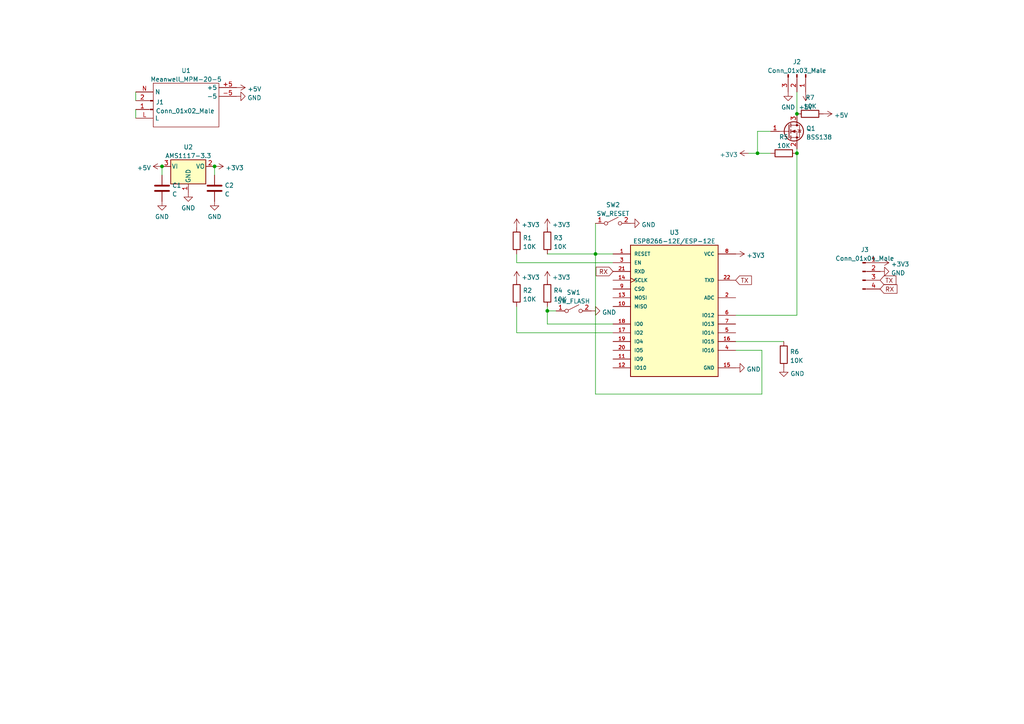
<source format=kicad_sch>
(kicad_sch (version 20211123) (generator eeschema)
  (paper "A4")
  (lib_symbols
    (symbol "Connector:Conn_01x02_Male" (pin_names (offset 1.016) hide)
      (property "Reference" "J" (at 0 2.54 0))
      (property "Value" "Conn_01x02_Male" (at 0 -5.08 0))
      (symbol "Conn_01x02_Male_1_1"
        (polyline (pts (xy 1.27 -2.54) (xy 0.8636 -2.54)) (stroke (width 0.1524)))
        (polyline (pts (xy 1.27 0) (xy 0.8636 0)) (stroke (width 0.1524)))
        (rectangle (start 0.8636 -2.413) (end 0 -2.667) (stroke (width 0.1524)) (fill (type outline)))
        (rectangle (start 0.8636 0.127) (end 0 -0.127) (stroke (width 0.1524)) (fill (type outline)))
        (pin passive line (at 5.08 0 180) (length 3.81) (name "Pin_1") (number "1"))
        (pin passive line (at 5.08 -2.54 180) (length 3.81) (name "Pin_2") (number "2"))
      )
    )
    (symbol "Connector:Conn_01x03_Male" (pin_names (offset 1.016) hide)
      (property "Reference" "J" (at 0 5.08 0))
      (property "Value" "Conn_01x03_Male" (at 0 -5.08 0))
      (symbol "Conn_01x03_Male_1_1"
        (polyline (pts (xy 1.27 -2.54) (xy 0.8636 -2.54)) (stroke (width 0.1524)))
        (polyline (pts (xy 1.27 0) (xy 0.8636 0)) (stroke (width 0.1524)))
        (polyline (pts (xy 1.27 2.54) (xy 0.8636 2.54)) (stroke (width 0.1524)))
        (rectangle (start 0.8636 -2.413) (end 0 -2.667) (stroke (width 0.1524)) (fill (type outline)))
        (rectangle (start 0.8636 0.127) (end 0 -0.127) (stroke (width 0.1524)) (fill (type outline)))
        (rectangle (start 0.8636 2.667) (end 0 2.413) (stroke (width 0.1524)) (fill (type outline)))
        (pin passive line (at 5.08 2.54 180) (length 3.81) (name "Pin_1") (number "1"))
        (pin passive line (at 5.08 0 180) (length 3.81) (name "Pin_2") (number "2"))
        (pin passive line (at 5.08 -2.54 180) (length 3.81) (name "Pin_3") (number "3"))
      )
    )
    (symbol "Connector:Conn_01x04_Male" (pin_names (offset 1.016) hide)
      (property "Reference" "J" (at 0 5.08 0))
      (property "Value" "Conn_01x04_Male" (at 0 -7.62 0))
      (symbol "Conn_01x04_Male_1_1"
        (polyline (pts (xy 1.27 -5.08) (xy 0.8636 -5.08)) (stroke (width 0.1524)))
        (polyline (pts (xy 1.27 -2.54) (xy 0.8636 -2.54)) (stroke (width 0.1524)))
        (polyline (pts (xy 1.27 0) (xy 0.8636 0)) (stroke (width 0.1524)))
        (polyline (pts (xy 1.27 2.54) (xy 0.8636 2.54)) (stroke (width 0.1524)))
        (rectangle (start 0.8636 -4.953) (end 0 -5.207) (stroke (width 0.1524)) (fill (type outline)))
        (rectangle (start 0.8636 -2.413) (end 0 -2.667) (stroke (width 0.1524)) (fill (type outline)))
        (rectangle (start 0.8636 0.127) (end 0 -0.127) (stroke (width 0.1524)) (fill (type outline)))
        (rectangle (start 0.8636 2.667) (end 0 2.413) (stroke (width 0.1524)) (fill (type outline)))
        (pin passive line (at 5.08 2.54 180) (length 3.81) (name "Pin_1") (number "1"))
        (pin passive line (at 5.08 0 180) (length 3.81) (name "Pin_2") (number "2"))
        (pin passive line (at 5.08 -2.54 180) (length 3.81) (name "Pin_3") (number "3"))
        (pin passive line (at 5.08 -5.08 180) (length 3.81) (name "Pin_4") (number "4"))
      )
    )
    (symbol "Device:C" (pin_numbers hide) (pin_names (offset 0.254))
      (property "Reference" "C" (at 0.635 2.54 0))
      (property "Value" "C" (at 0.635 -2.54 0))
      (symbol "C_0_1"
        (polyline (pts (xy -2.032 -0.762) (xy 2.032 -0.762)) (stroke (width 0.508)))
        (polyline (pts (xy -2.032 0.762) (xy 2.032 0.762)) (stroke (width 0.508)))
      )
      (symbol "C_1_1"
        (pin passive line (at 0 3.81 270) (length 2.794) (name "~") (number "1"))
        (pin passive line (at 0 -3.81 90) (length 2.794) (name "~") (number "2"))
      )
    )
    (symbol "Device:R" (pin_numbers hide) (pin_names (offset 0))
      (property "Reference" "R" (at 2.032 0 90))
      (property "Value" "R" (at 0 0 90))
      (symbol "R_0_1"
        (rectangle (start -1.016 -2.54) (end 1.016 2.54) (stroke (width 0.254)))
      )
      (symbol "R_1_1"
        (pin passive line (at 0 3.81 270) (length 1.27) (name "~") (number "1"))
        (pin passive line (at 0 -3.81 90) (length 1.27) (name "~") (number "2"))
      )
    )
    (symbol "ESP8266-12E_ESP-12E:ESP8266-12E{slash}ESP-12E" (pin_names (offset 1.016))
      (property "Reference" "U" (at -12.7254 18.3134 0))
      (property "Value" "ESP8266-12E{slash}ESP-12E" (at -12.7 -23.3934 0))
      (symbol "ESP8266-12E{slash}ESP-12E_0_0"
        (rectangle (start -12.7 -20.32) (end 12.7 17.78) (stroke (width 0.254)) (fill (type background)))
        (pin input line (at -17.78 15.24 0) (length 5.08) (name "RESET") (number "1"))
        (pin bidirectional line (at -17.78 0 0) (length 5.08) (name "MISO") (number "10"))
        (pin bidirectional line (at -17.78 -15.24 0) (length 5.08) (name "IO9") (number "11"))
        (pin bidirectional line (at -17.78 -17.78 0) (length 5.08) (name "IO10") (number "12"))
        (pin bidirectional line (at -17.78 2.54 0) (length 5.08) (name "MOSI") (number "13"))
        (pin input clock (at -17.78 7.62 0) (length 5.08) (name "SCLK") (number "14"))
        (pin power_in line (at 17.78 -17.78 180) (length 5.08) (name "GND") (number "15"))
        (pin bidirectional line (at 17.78 -10.16 180) (length 5.08) (name "IO15") (number "16"))
        (pin bidirectional line (at -17.78 -7.62 0) (length 5.08) (name "IO2") (number "17"))
        (pin bidirectional line (at -17.78 -5.08 0) (length 5.08) (name "IO0") (number "18"))
        (pin bidirectional line (at -17.78 -10.16 0) (length 5.08) (name "IO4") (number "19"))
        (pin passive line (at 17.78 2.54 180) (length 5.08) (name "ADC") (number "2"))
        (pin bidirectional line (at -17.78 -12.7 0) (length 5.08) (name "IO5") (number "20"))
        (pin input line (at -17.78 10.16 0) (length 5.08) (name "RXD") (number "21"))
        (pin output line (at 17.78 7.62 180) (length 5.08) (name "TXD") (number "22"))
        (pin input line (at -17.78 12.7 0) (length 5.08) (name "EN") (number "3"))
        (pin bidirectional line (at 17.78 -12.7 180) (length 5.08) (name "IO16") (number "4"))
        (pin bidirectional line (at 17.78 -7.62 180) (length 5.08) (name "IO14") (number "5"))
        (pin bidirectional line (at 17.78 -2.54 180) (length 5.08) (name "IO12") (number "6"))
        (pin bidirectional line (at 17.78 -5.08 180) (length 5.08) (name "IO13") (number "7"))
        (pin power_in line (at 17.78 15.24 180) (length 5.08) (name "VCC") (number "8"))
        (pin input line (at -17.78 5.08 0) (length 5.08) (name "CS0") (number "9"))
      )
    )
    (symbol "Regulator_Linear:AMS1117-3.3" (pin_names (offset 0.254))
      (property "Reference" "U" (at -3.81 3.175 0))
      (property "Value" "AMS1117-3.3" (at 0 3.175 0))
      (symbol "AMS1117-3.3_0_1"
        (rectangle (start -5.08 -5.08) (end 5.08 1.905) (stroke (width 0.254)) (fill (type background)))
      )
      (symbol "AMS1117-3.3_1_1"
        (pin power_in line (at 0 -7.62 90) (length 2.54) (name "GND") (number "1"))
        (pin power_out line (at 7.62 0 180) (length 2.54) (name "VO") (number "2"))
        (pin power_in line (at -7.62 0 0) (length 2.54) (name "VI") (number "3"))
      )
    )
    (symbol "Switch:SW_SPST" (pin_names (offset 0) hide)
      (property "Reference" "SW" (at 0 3.175 0))
      (property "Value" "SW_SPST" (at 0 -2.54 0))
      (symbol "SW_SPST_0_0"
        (circle (center -2.032 0) (radius 0.508))
        (polyline (pts (xy -1.524 0.254) (xy 1.524 1.778)))
        (circle (center 2.032 0) (radius 0.508))
      )
      (symbol "SW_SPST_1_1"
        (pin passive line (at -5.08 0 0) (length 2.54) (name "A") (number "1"))
        (pin passive line (at 5.08 0 180) (length 2.54) (name "B") (number "2"))
      )
    )
    (symbol "Transistor_FET:BSS138" (pin_names hide)
      (property "Reference" "Q" (at 5.08 1.905 0))
      (property "Value" "BSS138" (at 5.08 0 0))
      (symbol "BSS138_0_1"
        (polyline (pts (xy 0.254 0) (xy -2.54 0)))
        (polyline (pts (xy 0.254 1.905) (xy 0.254 -1.905)) (stroke (width 0.254)))
        (polyline (pts (xy 0.762 -1.27) (xy 0.762 -2.286)) (stroke (width 0.254)))
        (polyline (pts (xy 0.762 0.508) (xy 0.762 -0.508)) (stroke (width 0.254)))
        (polyline (pts (xy 0.762 2.286) (xy 0.762 1.27)) (stroke (width 0.254)))
        (polyline (pts (xy 2.54 2.54) (xy 2.54 1.778)))
        (polyline (pts (xy 2.54 -2.54) (xy 2.54 0) (xy 0.762 0)))
        (polyline (pts (xy 0.762 -1.778) (xy 3.302 -1.778) (xy 3.302 1.778) (xy 0.762 1.778)))
        (polyline (pts (xy 1.016 0) (xy 2.032 0.381) (xy 2.032 -0.381) (xy 1.016 0)) (fill (type outline)))
        (polyline (pts (xy 2.794 0.508) (xy 2.921 0.381) (xy 3.683 0.381) (xy 3.81 0.254)))
        (polyline (pts (xy 3.302 0.381) (xy 2.921 -0.254) (xy 3.683 -0.254) (xy 3.302 0.381)))
        (circle (center 1.651 0) (radius 2.794) (stroke (width 0.254)))
        (circle (center 2.54 -1.778) (radius 0.254) (fill (type outline)))
        (circle (center 2.54 1.778) (radius 0.254) (fill (type outline)))
      )
      (symbol "BSS138_1_1"
        (pin input line (at -5.08 0 0) (length 2.54) (name "G") (number "1"))
        (pin passive line (at 2.54 -5.08 90) (length 2.54) (name "S") (number "2"))
        (pin passive line (at 2.54 5.08 270) (length 2.54) (name "D") (number "3"))
      )
    )
    (symbol "_my_own:Meanwell_MPM-20-5"
      (property "Reference" "U" (at 0 0 0))
      (property "Value" "Meanwell_MPM-20-5" (at 0 0 0))
      (symbol "Meanwell_MPM-20-5_0_1"
        (rectangle (start -7.62 5.08) (end 11.43 -7.62) (stroke (width 0.1524)))
      )
      (symbol "Meanwell_MPM-20-5_1_1"
        (pin output line (at 16.51 3.81 180) (length 5.08) (name "+5") (number "+5"))
        (pin output line (at 16.51 1.27 180) (length 5.08) (name "-5") (number "-5"))
        (pin input line (at -12.7 -5.08 0) (length 5.08) (name "L") (number "L"))
        (pin input line (at -12.7 2.54 0) (length 5.08) (name "N") (number "N"))
      )
    )
    (symbol "power:+3.3V" (power) (pin_names (offset 0))
      (property "Value" "+3.3V" (at 0 3.556 0))
      (symbol "+3.3V_0_1"
        (polyline (pts (xy -0.762 1.27) (xy 0 2.54)))
        (polyline (pts (xy 0 0) (xy 0 2.54)))
        (polyline (pts (xy 0 2.54) (xy 0.762 1.27)))
      )
      (symbol "+3.3V_1_1"
        (pin power_in line (at 0 0 90) (length 0) hide (name "+3V3") (number "1"))
      )
    )
    (symbol "power:+5V" (power) (pin_names (offset 0))
      (property "Value" "+5V" (at 0 3.556 0))
      (symbol "+5V_0_1"
        (polyline (pts (xy -0.762 1.27) (xy 0 2.54)))
        (polyline (pts (xy 0 0) (xy 0 2.54)))
        (polyline (pts (xy 0 2.54) (xy 0.762 1.27)))
      )
      (symbol "+5V_1_1"
        (pin power_in line (at 0 0 90) (length 0) hide (name "+5V") (number "1"))
      )
    )
    (symbol "power:GND" (power) (pin_names (offset 0))
      (property "Value" "GND" (at 0 -3.81 0))
      (symbol "GND_0_1"
        (polyline (pts (xy 0 0) (xy 0 -1.27) (xy 1.27 -1.27) (xy 0 -2.54) (xy -1.27 -1.27) (xy 0 -1.27)))
      )
      (symbol "GND_1_1"
        (pin power_in line (at 0 0 270) (length 0) hide (name "GND") (number "1"))
      )
    )
  )
  (junction (at 172.72 73.66))
  (junction (at 219.71 44.45))
  (junction (at 62.23 48.26))
  (junction (at 46.99 48.26))
  (junction (at 231.14 44.45))
  (junction (at 158.75 90.17))
  (junction (at 231.14 33.02))
  (wire (pts (xy 172.72 73.66) (xy 177.8 73.66)))
  (wire (pts (xy 223.52 38.1) (xy 219.71 38.1)))
  (wire (pts (xy 217.17 44.45) (xy 219.71 44.45)))
  (wire (pts (xy 220.98 114.3) (xy 220.98 101.6)))
  (wire (pts (xy 231.14 26.67) (xy 231.14 33.02)))
  (wire (pts (xy 177.8 93.98) (xy 158.75 93.98)))
  (wire (pts (xy 158.75 90.17) (xy 161.29 90.17)))
  (wire (pts (xy 172.72 114.3) (xy 220.98 114.3)))
  (wire (pts (xy 46.99 48.26) (xy 46.99 50.8)))
  (wire (pts (xy 177.8 76.2) (xy 149.86 76.2)))
  (wire (pts (xy 231.14 44.45) (xy 231.14 91.44)))
  (wire (pts (xy 231.14 44.45) (xy 231.14 43.18)))
  (wire (pts (xy 177.8 96.52) (xy 149.86 96.52)))
  (wire (pts (xy 213.36 99.06) (xy 227.33 99.06)))
  (wire (pts (xy 231.14 91.44) (xy 213.36 91.44)))
  (wire (pts (xy 172.72 73.66) (xy 172.72 114.3)))
  (wire (pts (xy 39.37 31.75) (xy 39.37 34.29)))
  (wire (pts (xy 158.75 90.17) (xy 158.75 88.9)))
  (wire (pts (xy 62.23 48.26) (xy 62.23 50.8)))
  (wire (pts (xy 158.75 73.66) (xy 172.72 73.66)))
  (wire (pts (xy 172.72 64.77) (xy 172.72 73.66)))
  (wire (pts (xy 149.86 76.2) (xy 149.86 73.66)))
  (wire (pts (xy 39.37 26.67) (xy 39.37 29.21)))
  (wire (pts (xy 149.86 96.52) (xy 149.86 88.9)))
  (wire (pts (xy 220.98 101.6) (xy 213.36 101.6)))
  (wire (pts (xy 219.71 44.45) (xy 223.52 44.45)))
  (wire (pts (xy 219.71 38.1) (xy 219.71 44.45)))
  (wire (pts (xy 158.75 93.98) (xy 158.75 90.17)))
  (global_label "RX" (shape input) (at 255.27 83.82 0) (property "Intersheet References" "${INTERSHEET_REFS}" (effects hide)))
  (global_label "RX" (shape input) (at 177.8 78.74 180) (property "Intersheet References" "${INTERSHEET_REFS}" (effects hide)))
  (global_label "TX" (shape input) (at 255.27 81.28 0) (property "Intersheet References" "${INTERSHEET_REFS}" (effects hide)))
  (global_label "TX" (shape input) (at 213.36 81.28 0) (property "Intersheet References" "${INTERSHEET_REFS}" (effects hide)))
  (symbol (lib_id "Connector:Conn_01x02_Male") (at 44.45 31.75 180) (unit 1)
    (property "Reference" "J1" (at 45.1612 29.6453 0) (effects (justify right)))
    (property "Value" "Conn_01x02_Male" (at 45.1612 32.1822 0) (effects (justify right)))
    (property "Footprint" "TerminalBlock_Phoenix:TerminalBlock_Phoenix_MKDS-3-2-5.08_1x02_P5.08mm_Horizontal" (effects hide))
    (property "LCSC" "C475092" (effects hide))
    (property "ALI" "https://s.click.aliexpress.com/e/_DC1TC2L" (effects hide))
  )
  (symbol (lib_id "power:+5V") (at 233.68 26.67 180) (unit 1)
    (property "Reference" "#PWR0120" (effects hide))
    (property "Value" "+5V" (at 233.68 31.1134 0))
  )
  (symbol (lib_id "Device:C") (at 46.99 54.61 0) (unit 1)
    (property "Reference" "C1" (at 49.911 53.7753 0) (effects (justify left)))
    (property "Value" "C" (at 49.911 56.3122 0) (effects (justify left)))
    (property "Footprint" "Capacitor_SMD:C_1206_3216Metric" (effects hide))
    (property "LCSC" "C107172" (effects hide))
    (property "ALI" "https://s.click.aliexpress.com/e/_DkweKyn" (effects hide))
  )
  (symbol (lib_id "power:+3.3V") (at 217.17 44.45 90) (unit 1)
    (property "Reference" "#PWR0116" (effects hide))
    (property "Value" "+3.3V" (at 213.995 44.8838 90) (effects (justify left)))
  )
  (symbol (lib_id "Device:R") (at 158.75 85.09 0) (unit 1)
    (property "Reference" "R4" (at 160.528 84.2553 0) (effects (justify left)))
    (property "Value" "10K" (at 160.528 86.7922 0) (effects (justify left)))
    (property "Footprint" "Resistor_SMD:R_1206_3216Metric" (effects hide))
    (property "LCSC" "C144471" (effects hide))
    (property "ALI" "https://s.click.aliexpress.com/e/_Ddns0gR" (effects hide))
  )
  (symbol (lib_id "power:+3.3V") (at 149.86 81.28 0) (unit 1)
    (property "Reference" "#PWR0106" (effects hide))
    (property "Value" "+3.3V" (at 151.257 80.4438 0) (effects (justify left)))
  )
  (symbol (lib_id "power:+5V") (at 46.99 48.26 90) (unit 1)
    (property "Reference" "#PWR0112" (effects hide))
    (property "Value" "+5V" (at 43.8151 48.6938 90) (effects (justify left)))
  )
  (symbol (lib_id "Transistor_FET:BSS138") (at 228.6 38.1 0) (unit 1)
    (property "Reference" "Q1" (at 233.807 37.2653 0) (effects (justify left)))
    (property "Value" "BSS138" (at 233.807 39.8022 0) (effects (justify left)))
    (property "Footprint" "Package_TO_SOT_SMD:SOT-23" (effects hide))
    (property "Datasheet" "https://www.onsemi.com/pub/Collateral/BSS138-D.PDF" (effects hide))
    (property "LCSC" "C52895" (effects hide))
    (property "ALI" "https://s.click.aliexpress.com/e/_DF4Oc0f" (effects hide))
  )
  (symbol (lib_id "Device:R") (at 149.86 69.85 0) (unit 1)
    (property "Reference" "R1" (at 151.638 69.0153 0) (effects (justify left)))
    (property "Value" "10K" (at 151.638 71.5522 0) (effects (justify left)))
    (property "Footprint" "Resistor_SMD:R_1206_3216Metric" (effects hide))
    (property "LCSC" "C144471" (effects hide))
    (property "ALI" "https://s.click.aliexpress.com/e/_Ddns0gR" (effects hide))
  )
  (symbol (lib_id "power:+3.3V") (at 213.36 73.66 270) (unit 1)
    (property "Reference" "#PWR0118" (effects hide))
    (property "Value" "+3.3V" (at 216.535 74.0938 90) (effects (justify left)))
  )
  (symbol (lib_id "Device:R") (at 227.33 44.45 270) (unit 1)
    (property "Reference" "R5" (at 227.33 39.7342 90))
    (property "Value" "10K" (at 227.33 42.2711 90))
    (property "Footprint" "Resistor_SMD:R_1206_3216Metric" (effects hide))
    (property "LCSC" "C144471" (effects hide))
    (property "ALI" "https://s.click.aliexpress.com/e/_Ddns0gR" (effects hide))
  )
  (symbol (lib_id "Connector:Conn_01x04_Male") (at 250.19 78.74 0) (unit 1)
    (property "Reference" "J3" (at 250.825 72.424 0))
    (property "Value" "Conn_01x04_Male" (at 250.825 74.9609 0))
    (property "Footprint" "Connector_PinHeader_2.54mm:PinHeader_1x04_P2.54mm_Vertical" (effects hide))
    (property "LCSC" "C2691448" (effects hide))
    (property "ALI" "https://s.click.aliexpress.com/e/_DDO0FkL" (effects hide))
  )
  (symbol (lib_id "power:+3.3V") (at 149.86 66.04 0) (unit 1)
    (property "Reference" "#PWR0104" (effects hide))
    (property "Value" "+3.3V" (at 151.257 65.2038 0) (effects (justify left)))
  )
  (symbol (lib_id "power:+3.3V") (at 158.75 81.28 0) (unit 1)
    (property "Reference" "#PWR0102" (effects hide))
    (property "Value" "+3.3V" (at 160.147 80.4438 0) (effects (justify left)))
  )
  (symbol (lib_id "power:+3.3V") (at 158.75 66.04 0) (unit 1)
    (property "Reference" "#PWR0103" (effects hide))
    (property "Value" "+3.3V" (at 160.147 65.2038 0) (effects (justify left)))
  )
  (symbol (lib_id "Device:R") (at 149.86 85.09 0) (unit 1)
    (property "Reference" "R2" (at 151.638 84.2553 0) (effects (justify left)))
    (property "Value" "10K" (at 151.638 86.7922 0) (effects (justify left)))
    (property "Footprint" "Resistor_SMD:R_1206_3216Metric" (effects hide))
    (property "LCSC" "C144471" (effects hide))
    (property "ALI" "https://s.click.aliexpress.com/e/_Ddns0gR" (effects hide))
  )
  (symbol (lib_id "ESP8266-12E_ESP-12E:ESP8266-12E{slash}ESP-12E") (at 195.58 88.9 0) (unit 1)
    (property "Reference" "U3" (at 195.58 67.4202 0))
    (property "Value" "ESP8266-12E/ESP-12E" (at 195.58 69.9571 0))
    (property "Footprint" "XCVR_ESP8266-12E/ESP-12E" (effects hide))
    (property "MANUFACTURER" "AI-Thinker" (effects hide))
    (property "LCSC" "C82891" (effects hide))
    (property "ALI" "https://s.click.aliexpress.com/e/_DlO99yR" (effects hide))
  )
  (symbol (lib_id "power:GND") (at 182.88 64.77 90) (unit 1)
    (property "Reference" "#PWR0105" (effects hide))
    (property "Value" "GND" (at 186.055 65.2038 90) (effects (justify right)))
  )
  (symbol (lib_id "power:GND") (at 228.6 26.67 0) (unit 1)
    (property "Reference" "#PWR0121" (effects hide))
    (property "Value" "GND" (at 228.6 31.1134 0))
  )
  (symbol (lib_id "power:+5V") (at 68.58 25.4 270) (unit 1)
    (property "Reference" "#PWR0110" (effects hide))
    (property "Value" "+5V" (at 71.755 25.8338 90) (effects (justify left)))
  )
  (symbol (lib_id "power:+5V") (at 238.76 33.02 270) (unit 1)
    (property "Reference" "#PWR0122" (effects hide))
    (property "Value" "+5V" (at 241.935 33.4538 90) (effects (justify left)))
  )
  (symbol (lib_id "Switch:SW_SPST") (at 177.8 64.77 0) (unit 1)
    (property "Reference" "SW2" (at 177.8 59.4192 0))
    (property "Value" "SW_RESET" (at 177.8 61.9561 0))
    (property "Footprint" "Button_Switch_THT:SW_PUSH_6mm" (effects hide))
    (property "LCSC" "C393938" (effects hide))
    (property "ALI" "https://s.click.aliexpress.com/e/_DdksuhH" (effects hide))
  )
  (symbol (lib_id "Device:R") (at 158.75 69.85 0) (unit 1)
    (property "Reference" "R3" (at 160.528 69.0153 0) (effects (justify left)))
    (property "Value" "10K" (at 160.528 71.5522 0) (effects (justify left)))
    (property "Footprint" "Resistor_SMD:R_1206_3216Metric" (effects hide))
    (property "LCSC" "C144471" (effects hide))
    (property "ALI" "https://s.click.aliexpress.com/e/_Ddns0gR" (effects hide))
  )
  (symbol (lib_id "power:GND") (at 213.36 106.68 90) (unit 1)
    (property "Reference" "#PWR0114" (effects hide))
    (property "Value" "GND" (at 216.535 107.1138 90) (effects (justify right)))
  )
  (symbol (lib_id "_my_own:Meanwell_MPM-20-5") (at 52.07 29.21 0) (unit 1)
    (property "Reference" "U1" (at 53.975 20.481 0))
    (property "Value" "Meanwell_MPM-20-5" (at 53.975 23.0179 0))
    (property "Footprint" "_my_own:Meanwell MPM-20-5" (effects hide))
  )
  (symbol (lib_id "Device:R") (at 227.33 102.87 0) (unit 1)
    (property "Reference" "R6" (at 229.108 102.0353 0) (effects (justify left)))
    (property "Value" "10K" (at 229.108 104.5722 0) (effects (justify left)))
    (property "Footprint" "Resistor_SMD:R_1206_3216Metric" (effects hide))
    (property "LCSC" "C144471" (effects hide))
    (property "ALI" "https://s.click.aliexpress.com/e/_Ddns0gR" (effects hide))
  )
  (symbol (lib_id "power:+3.3V") (at 62.23 48.26 270) (unit 1)
    (property "Reference" "#PWR0107" (effects hide))
    (property "Value" "+3.3V" (at 65.405 48.6938 90) (effects (justify left)))
  )
  (symbol (lib_id "Connector:Conn_01x03_Male") (at 231.14 21.59 270) (unit 1)
    (property "Reference" "J2" (at 231.14 17.941 90))
    (property "Value" "Conn_01x03_Male" (at 231.14 20.4779 90))
    (property "Footprint" "TerminalBlock_Phoenix:TerminalBlock_Phoenix_MKDS-3-3-5.08_1x03_P5.08mm_Horizontal" (effects hide))
    (property "LCSC" "C475093" (effects hide))
    (property "ALI" "https://s.click.aliexpress.com/e/_DC1TC2L" (effects hide))
  )
  (symbol (lib_id "power:GND") (at 171.45 90.17 90) (unit 1)
    (property "Reference" "#PWR0101" (effects hide))
    (property "Value" "GND" (at 174.625 90.6038 90) (effects (justify right)))
  )
  (symbol (lib_id "Device:R") (at 234.95 33.02 270) (unit 1)
    (property "Reference" "R7" (at 234.95 28.3042 90))
    (property "Value" "10K" (at 234.95 30.8411 90))
    (property "Footprint" "Resistor_SMD:R_1206_3216Metric" (effects hide))
    (property "LCSC" "C144471" (effects hide))
    (property "ALI" "https://s.click.aliexpress.com/e/_Ddns0gR" (effects hide))
  )
  (symbol (lib_id "Regulator_Linear:AMS1117-3.3") (at 54.61 48.26 0) (unit 1)
    (property "Reference" "U2" (at 54.61 42.6552 0))
    (property "Value" "AMS1117-3.3" (at 54.61 45.1921 0))
    (property "Footprint" "Package_TO_SOT_SMD:SOT-223-3_TabPin2" (effects hide))
    (property "Datasheet" "http://www.advanced-monolithic.com/pdf/ds1117.pdf" (effects hide))
    (property "LCSC" "C5199435" (effects hide))
    (property "ALI" "https://s.click.aliexpress.com/e/_DF2uDUr" (effects hide))
  )
  (symbol (lib_id "power:GND") (at 227.33 106.68 0) (unit 1)
    (property "Reference" "#PWR0115" (effects hide))
    (property "Value" "GND" (at 229.235 108.3838 0) (effects (justify left)))
  )
  (symbol (lib_id "power:GND") (at 54.61 55.88 0) (unit 1)
    (property "Reference" "#PWR0108" (effects hide))
    (property "Value" "GND" (at 54.61 60.3234 0))
  )
  (symbol (lib_id "Device:C") (at 62.23 54.61 0) (unit 1)
    (property "Reference" "C2" (at 65.151 53.7753 0) (effects (justify left)))
    (property "Value" "C" (at 65.151 56.3122 0) (effects (justify left)))
    (property "Footprint" "Capacitor_SMD:C_1206_3216Metric" (effects hide))
    (property "LCSC" "C107172" (effects hide))
    (property "ALI" "https://s.click.aliexpress.com/e/_DkweKyn" (effects hide))
  )
  (symbol (lib_id "power:GND") (at 62.23 58.42 0) (unit 1)
    (property "Reference" "#PWR0109" (effects hide))
    (property "Value" "GND" (at 62.23 62.8634 0))
  )
  (symbol (lib_id "power:+3.3V") (at 255.27 76.2 270) (unit 1)
    (property "Reference" "#PWR0117" (effects hide))
    (property "Value" "+3.3V" (at 258.445 76.6338 90) (effects (justify left)))
  )
  (symbol (lib_id "power:GND") (at 255.27 78.74 90) (unit 1)
    (property "Reference" "#PWR0119" (effects hide))
    (property "Value" "GND" (at 258.445 79.1738 90) (effects (justify right)))
  )
  (symbol (lib_id "power:GND") (at 46.99 58.42 0) (unit 1)
    (property "Reference" "#PWR0113" (effects hide))
    (property "Value" "GND" (at 46.99 62.8634 0))
  )
  (symbol (lib_id "Switch:SW_SPST") (at 166.37 90.17 0) (unit 1)
    (property "Reference" "SW1" (at 166.37 84.8192 0))
    (property "Value" "SW_FLASH" (at 166.37 87.3561 0))
    (property "Footprint" "Button_Switch_THT:SW_PUSH_6mm" (effects hide))
    (property "LCSC" "C393938" (effects hide))
    (property "ALI" "https://s.click.aliexpress.com/e/_DdksuhH" (effects hide))
  )
  (symbol (lib_id "power:GND") (at 68.58 27.94 90) (unit 1)
    (property "Reference" "#PWR0111" (effects hide))
    (property "Value" "GND" (at 71.755 28.3738 90) (effects (justify right)))
  )
)
</source>
